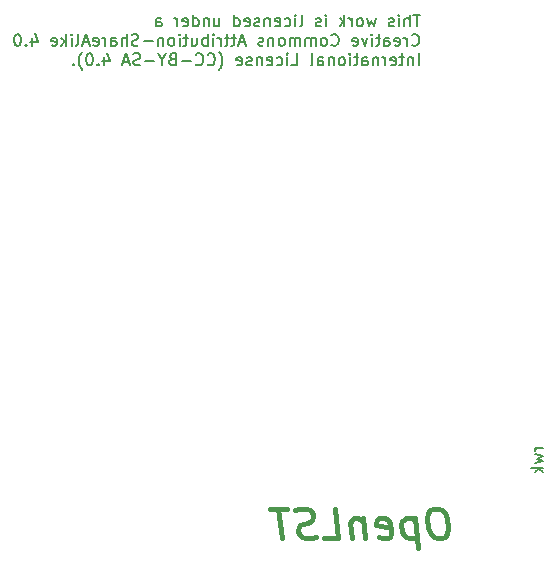
<source format=gbo>
G04 #@! TF.GenerationSoftware,KiCad,Pcbnew,(5.1.0-0)*
G04 #@! TF.CreationDate,2019-09-18T13:26:03-04:00*
G04 #@! TF.ProjectId,openlst-hw,6f70656e-6c73-4742-9d68-772e6b696361,1*
G04 #@! TF.SameCoordinates,Original*
G04 #@! TF.FileFunction,Legend,Bot*
G04 #@! TF.FilePolarity,Positive*
%FSLAX46Y46*%
G04 Gerber Fmt 4.6, Leading zero omitted, Abs format (unit mm)*
G04 Created by KiCad (PCBNEW (5.1.0-0)) date 2019-09-18 13:26:03*
%MOMM*%
%LPD*%
G04 APERTURE LIST*
%ADD10C,0.150000*%
%ADD11C,0.450000*%
G04 APERTURE END LIST*
D10*
X161807261Y-41302380D02*
X161235833Y-41302380D01*
X161521547Y-42302380D02*
X161521547Y-41302380D01*
X160902500Y-42302380D02*
X160902500Y-41302380D01*
X160473928Y-42302380D02*
X160473928Y-41778571D01*
X160521547Y-41683333D01*
X160616785Y-41635714D01*
X160759642Y-41635714D01*
X160854880Y-41683333D01*
X160902500Y-41730952D01*
X159997738Y-42302380D02*
X159997738Y-41635714D01*
X159997738Y-41302380D02*
X160045357Y-41350000D01*
X159997738Y-41397619D01*
X159950119Y-41350000D01*
X159997738Y-41302380D01*
X159997738Y-41397619D01*
X159569166Y-42254761D02*
X159473928Y-42302380D01*
X159283452Y-42302380D01*
X159188214Y-42254761D01*
X159140595Y-42159523D01*
X159140595Y-42111904D01*
X159188214Y-42016666D01*
X159283452Y-41969047D01*
X159426309Y-41969047D01*
X159521547Y-41921428D01*
X159569166Y-41826190D01*
X159569166Y-41778571D01*
X159521547Y-41683333D01*
X159426309Y-41635714D01*
X159283452Y-41635714D01*
X159188214Y-41683333D01*
X158045357Y-41635714D02*
X157854880Y-42302380D01*
X157664404Y-41826190D01*
X157473928Y-42302380D01*
X157283452Y-41635714D01*
X156759642Y-42302380D02*
X156854880Y-42254761D01*
X156902500Y-42207142D01*
X156950119Y-42111904D01*
X156950119Y-41826190D01*
X156902500Y-41730952D01*
X156854880Y-41683333D01*
X156759642Y-41635714D01*
X156616785Y-41635714D01*
X156521547Y-41683333D01*
X156473928Y-41730952D01*
X156426309Y-41826190D01*
X156426309Y-42111904D01*
X156473928Y-42207142D01*
X156521547Y-42254761D01*
X156616785Y-42302380D01*
X156759642Y-42302380D01*
X155997738Y-42302380D02*
X155997738Y-41635714D01*
X155997738Y-41826190D02*
X155950119Y-41730952D01*
X155902500Y-41683333D01*
X155807261Y-41635714D01*
X155712023Y-41635714D01*
X155378690Y-42302380D02*
X155378690Y-41302380D01*
X155283452Y-41921428D02*
X154997738Y-42302380D01*
X154997738Y-41635714D02*
X155378690Y-42016666D01*
X153807261Y-42302380D02*
X153807261Y-41635714D01*
X153807261Y-41302380D02*
X153854880Y-41350000D01*
X153807261Y-41397619D01*
X153759642Y-41350000D01*
X153807261Y-41302380D01*
X153807261Y-41397619D01*
X153378690Y-42254761D02*
X153283452Y-42302380D01*
X153092976Y-42302380D01*
X152997738Y-42254761D01*
X152950119Y-42159523D01*
X152950119Y-42111904D01*
X152997738Y-42016666D01*
X153092976Y-41969047D01*
X153235833Y-41969047D01*
X153331071Y-41921428D01*
X153378690Y-41826190D01*
X153378690Y-41778571D01*
X153331071Y-41683333D01*
X153235833Y-41635714D01*
X153092976Y-41635714D01*
X152997738Y-41683333D01*
X151616785Y-42302380D02*
X151712023Y-42254761D01*
X151759642Y-42159523D01*
X151759642Y-41302380D01*
X151235833Y-42302380D02*
X151235833Y-41635714D01*
X151235833Y-41302380D02*
X151283452Y-41350000D01*
X151235833Y-41397619D01*
X151188214Y-41350000D01*
X151235833Y-41302380D01*
X151235833Y-41397619D01*
X150331071Y-42254761D02*
X150426309Y-42302380D01*
X150616785Y-42302380D01*
X150712023Y-42254761D01*
X150759642Y-42207142D01*
X150807261Y-42111904D01*
X150807261Y-41826190D01*
X150759642Y-41730952D01*
X150712023Y-41683333D01*
X150616785Y-41635714D01*
X150426309Y-41635714D01*
X150331071Y-41683333D01*
X149521547Y-42254761D02*
X149616785Y-42302380D01*
X149807261Y-42302380D01*
X149902500Y-42254761D01*
X149950119Y-42159523D01*
X149950119Y-41778571D01*
X149902500Y-41683333D01*
X149807261Y-41635714D01*
X149616785Y-41635714D01*
X149521547Y-41683333D01*
X149473928Y-41778571D01*
X149473928Y-41873809D01*
X149950119Y-41969047D01*
X149045357Y-41635714D02*
X149045357Y-42302380D01*
X149045357Y-41730952D02*
X148997738Y-41683333D01*
X148902500Y-41635714D01*
X148759642Y-41635714D01*
X148664404Y-41683333D01*
X148616785Y-41778571D01*
X148616785Y-42302380D01*
X148188214Y-42254761D02*
X148092976Y-42302380D01*
X147902500Y-42302380D01*
X147807261Y-42254761D01*
X147759642Y-42159523D01*
X147759642Y-42111904D01*
X147807261Y-42016666D01*
X147902500Y-41969047D01*
X148045357Y-41969047D01*
X148140595Y-41921428D01*
X148188214Y-41826190D01*
X148188214Y-41778571D01*
X148140595Y-41683333D01*
X148045357Y-41635714D01*
X147902500Y-41635714D01*
X147807261Y-41683333D01*
X146950119Y-42254761D02*
X147045357Y-42302380D01*
X147235833Y-42302380D01*
X147331071Y-42254761D01*
X147378690Y-42159523D01*
X147378690Y-41778571D01*
X147331071Y-41683333D01*
X147235833Y-41635714D01*
X147045357Y-41635714D01*
X146950119Y-41683333D01*
X146902500Y-41778571D01*
X146902500Y-41873809D01*
X147378690Y-41969047D01*
X146045357Y-42302380D02*
X146045357Y-41302380D01*
X146045357Y-42254761D02*
X146140595Y-42302380D01*
X146331071Y-42302380D01*
X146426309Y-42254761D01*
X146473928Y-42207142D01*
X146521547Y-42111904D01*
X146521547Y-41826190D01*
X146473928Y-41730952D01*
X146426309Y-41683333D01*
X146331071Y-41635714D01*
X146140595Y-41635714D01*
X146045357Y-41683333D01*
X144378690Y-41635714D02*
X144378690Y-42302380D01*
X144807261Y-41635714D02*
X144807261Y-42159523D01*
X144759642Y-42254761D01*
X144664404Y-42302380D01*
X144521547Y-42302380D01*
X144426309Y-42254761D01*
X144378690Y-42207142D01*
X143902500Y-41635714D02*
X143902500Y-42302380D01*
X143902500Y-41730952D02*
X143854880Y-41683333D01*
X143759642Y-41635714D01*
X143616785Y-41635714D01*
X143521547Y-41683333D01*
X143473928Y-41778571D01*
X143473928Y-42302380D01*
X142569166Y-42302380D02*
X142569166Y-41302380D01*
X142569166Y-42254761D02*
X142664404Y-42302380D01*
X142854880Y-42302380D01*
X142950119Y-42254761D01*
X142997738Y-42207142D01*
X143045357Y-42111904D01*
X143045357Y-41826190D01*
X142997738Y-41730952D01*
X142950119Y-41683333D01*
X142854880Y-41635714D01*
X142664404Y-41635714D01*
X142569166Y-41683333D01*
X141712023Y-42254761D02*
X141807261Y-42302380D01*
X141997738Y-42302380D01*
X142092976Y-42254761D01*
X142140595Y-42159523D01*
X142140595Y-41778571D01*
X142092976Y-41683333D01*
X141997738Y-41635714D01*
X141807261Y-41635714D01*
X141712023Y-41683333D01*
X141664404Y-41778571D01*
X141664404Y-41873809D01*
X142140595Y-41969047D01*
X141235833Y-42302380D02*
X141235833Y-41635714D01*
X141235833Y-41826190D02*
X141188214Y-41730952D01*
X141140595Y-41683333D01*
X141045357Y-41635714D01*
X140950119Y-41635714D01*
X139426309Y-42302380D02*
X139426309Y-41778571D01*
X139473928Y-41683333D01*
X139569166Y-41635714D01*
X139759642Y-41635714D01*
X139854880Y-41683333D01*
X139426309Y-42254761D02*
X139521547Y-42302380D01*
X139759642Y-42302380D01*
X139854880Y-42254761D01*
X139902500Y-42159523D01*
X139902500Y-42064285D01*
X139854880Y-41969047D01*
X139759642Y-41921428D01*
X139521547Y-41921428D01*
X139426309Y-41873809D01*
X161092976Y-43857142D02*
X161140595Y-43904761D01*
X161283452Y-43952380D01*
X161378690Y-43952380D01*
X161521547Y-43904761D01*
X161616785Y-43809523D01*
X161664404Y-43714285D01*
X161712023Y-43523809D01*
X161712023Y-43380952D01*
X161664404Y-43190476D01*
X161616785Y-43095238D01*
X161521547Y-43000000D01*
X161378690Y-42952380D01*
X161283452Y-42952380D01*
X161140595Y-43000000D01*
X161092976Y-43047619D01*
X160664404Y-43952380D02*
X160664404Y-43285714D01*
X160664404Y-43476190D02*
X160616785Y-43380952D01*
X160569166Y-43333333D01*
X160473928Y-43285714D01*
X160378690Y-43285714D01*
X159664404Y-43904761D02*
X159759642Y-43952380D01*
X159950119Y-43952380D01*
X160045357Y-43904761D01*
X160092976Y-43809523D01*
X160092976Y-43428571D01*
X160045357Y-43333333D01*
X159950119Y-43285714D01*
X159759642Y-43285714D01*
X159664404Y-43333333D01*
X159616785Y-43428571D01*
X159616785Y-43523809D01*
X160092976Y-43619047D01*
X158759642Y-43952380D02*
X158759642Y-43428571D01*
X158807261Y-43333333D01*
X158902500Y-43285714D01*
X159092976Y-43285714D01*
X159188214Y-43333333D01*
X158759642Y-43904761D02*
X158854880Y-43952380D01*
X159092976Y-43952380D01*
X159188214Y-43904761D01*
X159235833Y-43809523D01*
X159235833Y-43714285D01*
X159188214Y-43619047D01*
X159092976Y-43571428D01*
X158854880Y-43571428D01*
X158759642Y-43523809D01*
X158426309Y-43285714D02*
X158045357Y-43285714D01*
X158283452Y-42952380D02*
X158283452Y-43809523D01*
X158235833Y-43904761D01*
X158140595Y-43952380D01*
X158045357Y-43952380D01*
X157712023Y-43952380D02*
X157712023Y-43285714D01*
X157712023Y-42952380D02*
X157759642Y-43000000D01*
X157712023Y-43047619D01*
X157664404Y-43000000D01*
X157712023Y-42952380D01*
X157712023Y-43047619D01*
X157331071Y-43285714D02*
X157092976Y-43952380D01*
X156854880Y-43285714D01*
X156092976Y-43904761D02*
X156188214Y-43952380D01*
X156378690Y-43952380D01*
X156473928Y-43904761D01*
X156521547Y-43809523D01*
X156521547Y-43428571D01*
X156473928Y-43333333D01*
X156378690Y-43285714D01*
X156188214Y-43285714D01*
X156092976Y-43333333D01*
X156045357Y-43428571D01*
X156045357Y-43523809D01*
X156521547Y-43619047D01*
X154283452Y-43857142D02*
X154331071Y-43904761D01*
X154473928Y-43952380D01*
X154569166Y-43952380D01*
X154712023Y-43904761D01*
X154807261Y-43809523D01*
X154854880Y-43714285D01*
X154902500Y-43523809D01*
X154902500Y-43380952D01*
X154854880Y-43190476D01*
X154807261Y-43095238D01*
X154712023Y-43000000D01*
X154569166Y-42952380D01*
X154473928Y-42952380D01*
X154331071Y-43000000D01*
X154283452Y-43047619D01*
X153712023Y-43952380D02*
X153807261Y-43904761D01*
X153854880Y-43857142D01*
X153902500Y-43761904D01*
X153902500Y-43476190D01*
X153854880Y-43380952D01*
X153807261Y-43333333D01*
X153712023Y-43285714D01*
X153569166Y-43285714D01*
X153473928Y-43333333D01*
X153426309Y-43380952D01*
X153378690Y-43476190D01*
X153378690Y-43761904D01*
X153426309Y-43857142D01*
X153473928Y-43904761D01*
X153569166Y-43952380D01*
X153712023Y-43952380D01*
X152950119Y-43952380D02*
X152950119Y-43285714D01*
X152950119Y-43380952D02*
X152902500Y-43333333D01*
X152807261Y-43285714D01*
X152664404Y-43285714D01*
X152569166Y-43333333D01*
X152521547Y-43428571D01*
X152521547Y-43952380D01*
X152521547Y-43428571D02*
X152473928Y-43333333D01*
X152378690Y-43285714D01*
X152235833Y-43285714D01*
X152140595Y-43333333D01*
X152092976Y-43428571D01*
X152092976Y-43952380D01*
X151616785Y-43952380D02*
X151616785Y-43285714D01*
X151616785Y-43380952D02*
X151569166Y-43333333D01*
X151473928Y-43285714D01*
X151331071Y-43285714D01*
X151235833Y-43333333D01*
X151188214Y-43428571D01*
X151188214Y-43952380D01*
X151188214Y-43428571D02*
X151140595Y-43333333D01*
X151045357Y-43285714D01*
X150902500Y-43285714D01*
X150807261Y-43333333D01*
X150759642Y-43428571D01*
X150759642Y-43952380D01*
X150140595Y-43952380D02*
X150235833Y-43904761D01*
X150283452Y-43857142D01*
X150331071Y-43761904D01*
X150331071Y-43476190D01*
X150283452Y-43380952D01*
X150235833Y-43333333D01*
X150140595Y-43285714D01*
X149997738Y-43285714D01*
X149902500Y-43333333D01*
X149854880Y-43380952D01*
X149807261Y-43476190D01*
X149807261Y-43761904D01*
X149854880Y-43857142D01*
X149902500Y-43904761D01*
X149997738Y-43952380D01*
X150140595Y-43952380D01*
X149378690Y-43285714D02*
X149378690Y-43952380D01*
X149378690Y-43380952D02*
X149331071Y-43333333D01*
X149235833Y-43285714D01*
X149092976Y-43285714D01*
X148997738Y-43333333D01*
X148950119Y-43428571D01*
X148950119Y-43952380D01*
X148521547Y-43904761D02*
X148426309Y-43952380D01*
X148235833Y-43952380D01*
X148140595Y-43904761D01*
X148092976Y-43809523D01*
X148092976Y-43761904D01*
X148140595Y-43666666D01*
X148235833Y-43619047D01*
X148378690Y-43619047D01*
X148473928Y-43571428D01*
X148521547Y-43476190D01*
X148521547Y-43428571D01*
X148473928Y-43333333D01*
X148378690Y-43285714D01*
X148235833Y-43285714D01*
X148140595Y-43333333D01*
X146950119Y-43666666D02*
X146473928Y-43666666D01*
X147045357Y-43952380D02*
X146712023Y-42952380D01*
X146378690Y-43952380D01*
X146188214Y-43285714D02*
X145807261Y-43285714D01*
X146045357Y-42952380D02*
X146045357Y-43809523D01*
X145997738Y-43904761D01*
X145902500Y-43952380D01*
X145807261Y-43952380D01*
X145616785Y-43285714D02*
X145235833Y-43285714D01*
X145473928Y-42952380D02*
X145473928Y-43809523D01*
X145426309Y-43904761D01*
X145331071Y-43952380D01*
X145235833Y-43952380D01*
X144902500Y-43952380D02*
X144902500Y-43285714D01*
X144902500Y-43476190D02*
X144854880Y-43380952D01*
X144807261Y-43333333D01*
X144712023Y-43285714D01*
X144616785Y-43285714D01*
X144283452Y-43952380D02*
X144283452Y-43285714D01*
X144283452Y-42952380D02*
X144331071Y-43000000D01*
X144283452Y-43047619D01*
X144235833Y-43000000D01*
X144283452Y-42952380D01*
X144283452Y-43047619D01*
X143807261Y-43952380D02*
X143807261Y-42952380D01*
X143807261Y-43333333D02*
X143712023Y-43285714D01*
X143521547Y-43285714D01*
X143426309Y-43333333D01*
X143378690Y-43380952D01*
X143331071Y-43476190D01*
X143331071Y-43761904D01*
X143378690Y-43857142D01*
X143426309Y-43904761D01*
X143521547Y-43952380D01*
X143712023Y-43952380D01*
X143807261Y-43904761D01*
X142473928Y-43285714D02*
X142473928Y-43952380D01*
X142902500Y-43285714D02*
X142902500Y-43809523D01*
X142854880Y-43904761D01*
X142759642Y-43952380D01*
X142616785Y-43952380D01*
X142521547Y-43904761D01*
X142473928Y-43857142D01*
X142140595Y-43285714D02*
X141759642Y-43285714D01*
X141997738Y-42952380D02*
X141997738Y-43809523D01*
X141950119Y-43904761D01*
X141854880Y-43952380D01*
X141759642Y-43952380D01*
X141426309Y-43952380D02*
X141426309Y-43285714D01*
X141426309Y-42952380D02*
X141473928Y-43000000D01*
X141426309Y-43047619D01*
X141378690Y-43000000D01*
X141426309Y-42952380D01*
X141426309Y-43047619D01*
X140807261Y-43952380D02*
X140902500Y-43904761D01*
X140950119Y-43857142D01*
X140997738Y-43761904D01*
X140997738Y-43476190D01*
X140950119Y-43380952D01*
X140902500Y-43333333D01*
X140807261Y-43285714D01*
X140664404Y-43285714D01*
X140569166Y-43333333D01*
X140521547Y-43380952D01*
X140473928Y-43476190D01*
X140473928Y-43761904D01*
X140521547Y-43857142D01*
X140569166Y-43904761D01*
X140664404Y-43952380D01*
X140807261Y-43952380D01*
X140045357Y-43285714D02*
X140045357Y-43952380D01*
X140045357Y-43380952D02*
X139997738Y-43333333D01*
X139902500Y-43285714D01*
X139759642Y-43285714D01*
X139664404Y-43333333D01*
X139616785Y-43428571D01*
X139616785Y-43952380D01*
X139140595Y-43571428D02*
X138378690Y-43571428D01*
X137950119Y-43904761D02*
X137807261Y-43952380D01*
X137569166Y-43952380D01*
X137473928Y-43904761D01*
X137426309Y-43857142D01*
X137378690Y-43761904D01*
X137378690Y-43666666D01*
X137426309Y-43571428D01*
X137473928Y-43523809D01*
X137569166Y-43476190D01*
X137759642Y-43428571D01*
X137854880Y-43380952D01*
X137902500Y-43333333D01*
X137950119Y-43238095D01*
X137950119Y-43142857D01*
X137902500Y-43047619D01*
X137854880Y-43000000D01*
X137759642Y-42952380D01*
X137521547Y-42952380D01*
X137378690Y-43000000D01*
X136950119Y-43952380D02*
X136950119Y-42952380D01*
X136521547Y-43952380D02*
X136521547Y-43428571D01*
X136569166Y-43333333D01*
X136664404Y-43285714D01*
X136807261Y-43285714D01*
X136902500Y-43333333D01*
X136950119Y-43380952D01*
X135616785Y-43952380D02*
X135616785Y-43428571D01*
X135664404Y-43333333D01*
X135759642Y-43285714D01*
X135950119Y-43285714D01*
X136045357Y-43333333D01*
X135616785Y-43904761D02*
X135712023Y-43952380D01*
X135950119Y-43952380D01*
X136045357Y-43904761D01*
X136092976Y-43809523D01*
X136092976Y-43714285D01*
X136045357Y-43619047D01*
X135950119Y-43571428D01*
X135712023Y-43571428D01*
X135616785Y-43523809D01*
X135140595Y-43952380D02*
X135140595Y-43285714D01*
X135140595Y-43476190D02*
X135092976Y-43380952D01*
X135045357Y-43333333D01*
X134950119Y-43285714D01*
X134854880Y-43285714D01*
X134140595Y-43904761D02*
X134235833Y-43952380D01*
X134426309Y-43952380D01*
X134521547Y-43904761D01*
X134569166Y-43809523D01*
X134569166Y-43428571D01*
X134521547Y-43333333D01*
X134426309Y-43285714D01*
X134235833Y-43285714D01*
X134140595Y-43333333D01*
X134092976Y-43428571D01*
X134092976Y-43523809D01*
X134569166Y-43619047D01*
X133712023Y-43666666D02*
X133235833Y-43666666D01*
X133807261Y-43952380D02*
X133473928Y-42952380D01*
X133140595Y-43952380D01*
X132664404Y-43952380D02*
X132759642Y-43904761D01*
X132807261Y-43809523D01*
X132807261Y-42952380D01*
X132283452Y-43952380D02*
X132283452Y-43285714D01*
X132283452Y-42952380D02*
X132331071Y-43000000D01*
X132283452Y-43047619D01*
X132235833Y-43000000D01*
X132283452Y-42952380D01*
X132283452Y-43047619D01*
X131807261Y-43952380D02*
X131807261Y-42952380D01*
X131712023Y-43571428D02*
X131426309Y-43952380D01*
X131426309Y-43285714D02*
X131807261Y-43666666D01*
X130616785Y-43904761D02*
X130712023Y-43952380D01*
X130902500Y-43952380D01*
X130997738Y-43904761D01*
X131045357Y-43809523D01*
X131045357Y-43428571D01*
X130997738Y-43333333D01*
X130902500Y-43285714D01*
X130712023Y-43285714D01*
X130616785Y-43333333D01*
X130569166Y-43428571D01*
X130569166Y-43523809D01*
X131045357Y-43619047D01*
X128950119Y-43285714D02*
X128950119Y-43952380D01*
X129188214Y-42904761D02*
X129426309Y-43619047D01*
X128807261Y-43619047D01*
X128426309Y-43857142D02*
X128378690Y-43904761D01*
X128426309Y-43952380D01*
X128473928Y-43904761D01*
X128426309Y-43857142D01*
X128426309Y-43952380D01*
X127759642Y-42952380D02*
X127664404Y-42952380D01*
X127569166Y-43000000D01*
X127521547Y-43047619D01*
X127473928Y-43142857D01*
X127426309Y-43333333D01*
X127426309Y-43571428D01*
X127473928Y-43761904D01*
X127521547Y-43857142D01*
X127569166Y-43904761D01*
X127664404Y-43952380D01*
X127759642Y-43952380D01*
X127854880Y-43904761D01*
X127902500Y-43857142D01*
X127950119Y-43761904D01*
X127997738Y-43571428D01*
X127997738Y-43333333D01*
X127950119Y-43142857D01*
X127902500Y-43047619D01*
X127854880Y-43000000D01*
X127759642Y-42952380D01*
X161664404Y-45602380D02*
X161664404Y-44602380D01*
X161188214Y-44935714D02*
X161188214Y-45602380D01*
X161188214Y-45030952D02*
X161140595Y-44983333D01*
X161045357Y-44935714D01*
X160902500Y-44935714D01*
X160807261Y-44983333D01*
X160759642Y-45078571D01*
X160759642Y-45602380D01*
X160426309Y-44935714D02*
X160045357Y-44935714D01*
X160283452Y-44602380D02*
X160283452Y-45459523D01*
X160235833Y-45554761D01*
X160140595Y-45602380D01*
X160045357Y-45602380D01*
X159331071Y-45554761D02*
X159426309Y-45602380D01*
X159616785Y-45602380D01*
X159712023Y-45554761D01*
X159759642Y-45459523D01*
X159759642Y-45078571D01*
X159712023Y-44983333D01*
X159616785Y-44935714D01*
X159426309Y-44935714D01*
X159331071Y-44983333D01*
X159283452Y-45078571D01*
X159283452Y-45173809D01*
X159759642Y-45269047D01*
X158854880Y-45602380D02*
X158854880Y-44935714D01*
X158854880Y-45126190D02*
X158807261Y-45030952D01*
X158759642Y-44983333D01*
X158664404Y-44935714D01*
X158569166Y-44935714D01*
X158235833Y-44935714D02*
X158235833Y-45602380D01*
X158235833Y-45030952D02*
X158188214Y-44983333D01*
X158092976Y-44935714D01*
X157950119Y-44935714D01*
X157854880Y-44983333D01*
X157807261Y-45078571D01*
X157807261Y-45602380D01*
X156902500Y-45602380D02*
X156902500Y-45078571D01*
X156950119Y-44983333D01*
X157045357Y-44935714D01*
X157235833Y-44935714D01*
X157331071Y-44983333D01*
X156902500Y-45554761D02*
X156997738Y-45602380D01*
X157235833Y-45602380D01*
X157331071Y-45554761D01*
X157378690Y-45459523D01*
X157378690Y-45364285D01*
X157331071Y-45269047D01*
X157235833Y-45221428D01*
X156997738Y-45221428D01*
X156902500Y-45173809D01*
X156569166Y-44935714D02*
X156188214Y-44935714D01*
X156426309Y-44602380D02*
X156426309Y-45459523D01*
X156378690Y-45554761D01*
X156283452Y-45602380D01*
X156188214Y-45602380D01*
X155854880Y-45602380D02*
X155854880Y-44935714D01*
X155854880Y-44602380D02*
X155902500Y-44650000D01*
X155854880Y-44697619D01*
X155807261Y-44650000D01*
X155854880Y-44602380D01*
X155854880Y-44697619D01*
X155235833Y-45602380D02*
X155331071Y-45554761D01*
X155378690Y-45507142D01*
X155426309Y-45411904D01*
X155426309Y-45126190D01*
X155378690Y-45030952D01*
X155331071Y-44983333D01*
X155235833Y-44935714D01*
X155092976Y-44935714D01*
X154997738Y-44983333D01*
X154950119Y-45030952D01*
X154902500Y-45126190D01*
X154902500Y-45411904D01*
X154950119Y-45507142D01*
X154997738Y-45554761D01*
X155092976Y-45602380D01*
X155235833Y-45602380D01*
X154473928Y-44935714D02*
X154473928Y-45602380D01*
X154473928Y-45030952D02*
X154426309Y-44983333D01*
X154331071Y-44935714D01*
X154188214Y-44935714D01*
X154092976Y-44983333D01*
X154045357Y-45078571D01*
X154045357Y-45602380D01*
X153140595Y-45602380D02*
X153140595Y-45078571D01*
X153188214Y-44983333D01*
X153283452Y-44935714D01*
X153473928Y-44935714D01*
X153569166Y-44983333D01*
X153140595Y-45554761D02*
X153235833Y-45602380D01*
X153473928Y-45602380D01*
X153569166Y-45554761D01*
X153616785Y-45459523D01*
X153616785Y-45364285D01*
X153569166Y-45269047D01*
X153473928Y-45221428D01*
X153235833Y-45221428D01*
X153140595Y-45173809D01*
X152521547Y-45602380D02*
X152616785Y-45554761D01*
X152664404Y-45459523D01*
X152664404Y-44602380D01*
X150902500Y-45602380D02*
X151378690Y-45602380D01*
X151378690Y-44602380D01*
X150569166Y-45602380D02*
X150569166Y-44935714D01*
X150569166Y-44602380D02*
X150616785Y-44650000D01*
X150569166Y-44697619D01*
X150521547Y-44650000D01*
X150569166Y-44602380D01*
X150569166Y-44697619D01*
X149664404Y-45554761D02*
X149759642Y-45602380D01*
X149950119Y-45602380D01*
X150045357Y-45554761D01*
X150092976Y-45507142D01*
X150140595Y-45411904D01*
X150140595Y-45126190D01*
X150092976Y-45030952D01*
X150045357Y-44983333D01*
X149950119Y-44935714D01*
X149759642Y-44935714D01*
X149664404Y-44983333D01*
X148854880Y-45554761D02*
X148950119Y-45602380D01*
X149140595Y-45602380D01*
X149235833Y-45554761D01*
X149283452Y-45459523D01*
X149283452Y-45078571D01*
X149235833Y-44983333D01*
X149140595Y-44935714D01*
X148950119Y-44935714D01*
X148854880Y-44983333D01*
X148807261Y-45078571D01*
X148807261Y-45173809D01*
X149283452Y-45269047D01*
X148378690Y-44935714D02*
X148378690Y-45602380D01*
X148378690Y-45030952D02*
X148331071Y-44983333D01*
X148235833Y-44935714D01*
X148092976Y-44935714D01*
X147997738Y-44983333D01*
X147950119Y-45078571D01*
X147950119Y-45602380D01*
X147521547Y-45554761D02*
X147426309Y-45602380D01*
X147235833Y-45602380D01*
X147140595Y-45554761D01*
X147092976Y-45459523D01*
X147092976Y-45411904D01*
X147140595Y-45316666D01*
X147235833Y-45269047D01*
X147378690Y-45269047D01*
X147473928Y-45221428D01*
X147521547Y-45126190D01*
X147521547Y-45078571D01*
X147473928Y-44983333D01*
X147378690Y-44935714D01*
X147235833Y-44935714D01*
X147140595Y-44983333D01*
X146283452Y-45554761D02*
X146378690Y-45602380D01*
X146569166Y-45602380D01*
X146664404Y-45554761D01*
X146712023Y-45459523D01*
X146712023Y-45078571D01*
X146664404Y-44983333D01*
X146569166Y-44935714D01*
X146378690Y-44935714D01*
X146283452Y-44983333D01*
X146235833Y-45078571D01*
X146235833Y-45173809D01*
X146712023Y-45269047D01*
X144759642Y-45983333D02*
X144807261Y-45935714D01*
X144902500Y-45792857D01*
X144950119Y-45697619D01*
X144997738Y-45554761D01*
X145045357Y-45316666D01*
X145045357Y-45126190D01*
X144997738Y-44888095D01*
X144950119Y-44745238D01*
X144902500Y-44650000D01*
X144807261Y-44507142D01*
X144759642Y-44459523D01*
X143807261Y-45507142D02*
X143854880Y-45554761D01*
X143997738Y-45602380D01*
X144092976Y-45602380D01*
X144235833Y-45554761D01*
X144331071Y-45459523D01*
X144378690Y-45364285D01*
X144426309Y-45173809D01*
X144426309Y-45030952D01*
X144378690Y-44840476D01*
X144331071Y-44745238D01*
X144235833Y-44650000D01*
X144092976Y-44602380D01*
X143997738Y-44602380D01*
X143854880Y-44650000D01*
X143807261Y-44697619D01*
X142807261Y-45507142D02*
X142854880Y-45554761D01*
X142997738Y-45602380D01*
X143092976Y-45602380D01*
X143235833Y-45554761D01*
X143331071Y-45459523D01*
X143378690Y-45364285D01*
X143426309Y-45173809D01*
X143426309Y-45030952D01*
X143378690Y-44840476D01*
X143331071Y-44745238D01*
X143235833Y-44650000D01*
X143092976Y-44602380D01*
X142997738Y-44602380D01*
X142854880Y-44650000D01*
X142807261Y-44697619D01*
X142378690Y-45221428D02*
X141616785Y-45221428D01*
X140807261Y-45078571D02*
X140664404Y-45126190D01*
X140616785Y-45173809D01*
X140569166Y-45269047D01*
X140569166Y-45411904D01*
X140616785Y-45507142D01*
X140664404Y-45554761D01*
X140759642Y-45602380D01*
X141140595Y-45602380D01*
X141140595Y-44602380D01*
X140807261Y-44602380D01*
X140712023Y-44650000D01*
X140664404Y-44697619D01*
X140616785Y-44792857D01*
X140616785Y-44888095D01*
X140664404Y-44983333D01*
X140712023Y-45030952D01*
X140807261Y-45078571D01*
X141140595Y-45078571D01*
X139950119Y-45126190D02*
X139950119Y-45602380D01*
X140283452Y-44602380D02*
X139950119Y-45126190D01*
X139616785Y-44602380D01*
X139283452Y-45221428D02*
X138521547Y-45221428D01*
X138092976Y-45554761D02*
X137950119Y-45602380D01*
X137712023Y-45602380D01*
X137616785Y-45554761D01*
X137569166Y-45507142D01*
X137521547Y-45411904D01*
X137521547Y-45316666D01*
X137569166Y-45221428D01*
X137616785Y-45173809D01*
X137712023Y-45126190D01*
X137902500Y-45078571D01*
X137997738Y-45030952D01*
X138045357Y-44983333D01*
X138092976Y-44888095D01*
X138092976Y-44792857D01*
X138045357Y-44697619D01*
X137997738Y-44650000D01*
X137902500Y-44602380D01*
X137664404Y-44602380D01*
X137521547Y-44650000D01*
X137140595Y-45316666D02*
X136664404Y-45316666D01*
X137235833Y-45602380D02*
X136902500Y-44602380D01*
X136569166Y-45602380D01*
X135045357Y-44935714D02*
X135045357Y-45602380D01*
X135283452Y-44554761D02*
X135521547Y-45269047D01*
X134902500Y-45269047D01*
X134521547Y-45507142D02*
X134473928Y-45554761D01*
X134521547Y-45602380D01*
X134569166Y-45554761D01*
X134521547Y-45507142D01*
X134521547Y-45602380D01*
X133854880Y-44602380D02*
X133759642Y-44602380D01*
X133664404Y-44650000D01*
X133616785Y-44697619D01*
X133569166Y-44792857D01*
X133521547Y-44983333D01*
X133521547Y-45221428D01*
X133569166Y-45411904D01*
X133616785Y-45507142D01*
X133664404Y-45554761D01*
X133759642Y-45602380D01*
X133854880Y-45602380D01*
X133950119Y-45554761D01*
X133997738Y-45507142D01*
X134045357Y-45411904D01*
X134092976Y-45221428D01*
X134092976Y-44983333D01*
X134045357Y-44792857D01*
X133997738Y-44697619D01*
X133950119Y-44650000D01*
X133854880Y-44602380D01*
X133188214Y-45983333D02*
X133140595Y-45935714D01*
X133045357Y-45792857D01*
X132997738Y-45697619D01*
X132950119Y-45554761D01*
X132902500Y-45316666D01*
X132902500Y-45126190D01*
X132950119Y-44888095D01*
X132997738Y-44745238D01*
X133045357Y-44650000D01*
X133140595Y-44507142D01*
X133188214Y-44459523D01*
X132426309Y-45507142D02*
X132378690Y-45554761D01*
X132426309Y-45602380D01*
X132473928Y-45554761D01*
X132426309Y-45507142D01*
X132426309Y-45602380D01*
X172202380Y-78000000D02*
X171535714Y-78000000D01*
X171726190Y-78000000D02*
X171630952Y-78047619D01*
X171583333Y-78095238D01*
X171535714Y-78190476D01*
X171535714Y-78285714D01*
X171535714Y-78523809D02*
X172202380Y-78714285D01*
X171726190Y-78904761D01*
X172202380Y-79095238D01*
X171535714Y-79285714D01*
X172202380Y-79666666D02*
X171202380Y-79666666D01*
X171821428Y-79761904D02*
X172202380Y-80047619D01*
X171535714Y-80047619D02*
X171916666Y-79666666D01*
D11*
X163369747Y-83130952D02*
X162893556Y-83130952D01*
X162670342Y-83250000D01*
X162462008Y-83488095D01*
X162402485Y-83964285D01*
X162506651Y-84797619D01*
X162685223Y-85273809D01*
X162953080Y-85511904D01*
X163206056Y-85630952D01*
X163682247Y-85630952D01*
X163905461Y-85511904D01*
X164113794Y-85273809D01*
X164173318Y-84797619D01*
X164069151Y-83964285D01*
X163890580Y-83488095D01*
X163622723Y-83250000D01*
X163369747Y-83130952D01*
X161331056Y-83964285D02*
X161643556Y-86464285D01*
X161345937Y-84083333D02*
X161092961Y-83964285D01*
X160616770Y-83964285D01*
X160393556Y-84083333D01*
X160289389Y-84202380D01*
X160200104Y-84440476D01*
X160289389Y-85154761D01*
X160438199Y-85392857D01*
X160572127Y-85511904D01*
X160825104Y-85630952D01*
X161301294Y-85630952D01*
X161524508Y-85511904D01*
X158310223Y-85511904D02*
X158563199Y-85630952D01*
X159039389Y-85630952D01*
X159262604Y-85511904D01*
X159351889Y-85273809D01*
X159232842Y-84321428D01*
X159084032Y-84083333D01*
X158831056Y-83964285D01*
X158354866Y-83964285D01*
X158131651Y-84083333D01*
X158042366Y-84321428D01*
X158072127Y-84559523D01*
X159292366Y-84797619D01*
X156926294Y-83964285D02*
X157134627Y-85630952D01*
X156956056Y-84202380D02*
X156822127Y-84083333D01*
X156569151Y-83964285D01*
X156212008Y-83964285D01*
X155988794Y-84083333D01*
X155899508Y-84321428D01*
X156063199Y-85630952D01*
X153682247Y-85630952D02*
X154872723Y-85630952D01*
X154560223Y-83130952D01*
X152953080Y-85511904D02*
X152610818Y-85630952D01*
X152015580Y-85630952D01*
X151762604Y-85511904D01*
X151628675Y-85392857D01*
X151479866Y-85154761D01*
X151450104Y-84916666D01*
X151539389Y-84678571D01*
X151643556Y-84559523D01*
X151866770Y-84440476D01*
X152328080Y-84321428D01*
X152551294Y-84202380D01*
X152655461Y-84083333D01*
X152744747Y-83845238D01*
X152714985Y-83607142D01*
X152566175Y-83369047D01*
X152432247Y-83250000D01*
X152179270Y-83130952D01*
X151584032Y-83130952D01*
X151241770Y-83250000D01*
X150512604Y-83130952D02*
X149084032Y-83130952D01*
X150110818Y-85630952D02*
X149798318Y-83130952D01*
M02*

</source>
